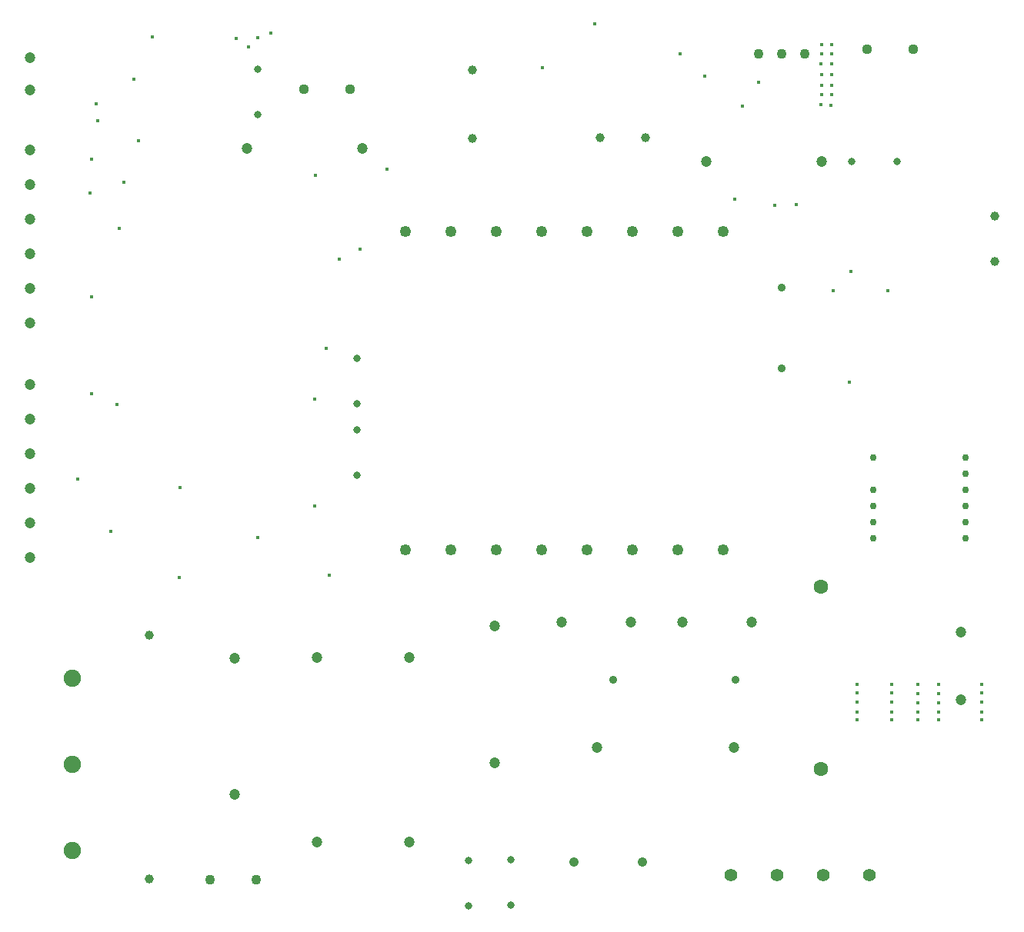
<source format=gbr>
%TF.GenerationSoftware,KiCad,Pcbnew,8.0.4*%
%TF.CreationDate,2024-10-07T13:18:18+07:00*%
%TF.ProjectId,Power_Supply,506f7765-725f-4537-9570-706c792e6b69,rev?*%
%TF.SameCoordinates,Original*%
%TF.FileFunction,Plated,1,2,PTH,Drill*%
%TF.FilePolarity,Positive*%
%FSLAX46Y46*%
G04 Gerber Fmt 4.6, Leading zero omitted, Abs format (unit mm)*
G04 Created by KiCad (PCBNEW 8.0.4) date 2024-10-07 13:18:18*
%MOMM*%
%LPD*%
G01*
G04 APERTURE LIST*
%TA.AperFunction,ViaDrill*%
%ADD10C,0.400000*%
%TD*%
%TA.AperFunction,ComponentDrill*%
%ADD11C,0.762000*%
%TD*%
%TA.AperFunction,ComponentDrill*%
%ADD12C,0.800000*%
%TD*%
%TA.AperFunction,ComponentDrill*%
%ADD13C,0.889000*%
%TD*%
%TA.AperFunction,ComponentDrill*%
%ADD14C,0.900000*%
%TD*%
%TA.AperFunction,ComponentDrill*%
%ADD15C,1.000000*%
%TD*%
%TA.AperFunction,ComponentDrill*%
%ADD16C,1.050000*%
%TD*%
%TA.AperFunction,ComponentDrill*%
%ADD17C,1.100000*%
%TD*%
%TA.AperFunction,ComponentDrill*%
%ADD18C,1.117600*%
%TD*%
%TA.AperFunction,ComponentDrill*%
%ADD19C,1.200000*%
%TD*%
%TA.AperFunction,ComponentDrill*%
%ADD20C,1.250000*%
%TD*%
%TA.AperFunction,ComponentDrill*%
%ADD21C,1.400000*%
%TD*%
%TA.AperFunction,ComponentDrill*%
%ADD22C,1.600000*%
%TD*%
%TA.AperFunction,ComponentDrill*%
%ADD23C,1.900000*%
%TD*%
G04 APERTURE END LIST*
D10*
X60330200Y-82367000D03*
X61680200Y-50890000D03*
X61850200Y-47097000D03*
X61850200Y-72967000D03*
X61870200Y-62317000D03*
X62350200Y-41027000D03*
X62550200Y-42917000D03*
X63970200Y-88097000D03*
X64600200Y-74127000D03*
X64880200Y-54787000D03*
X65420200Y-49637000D03*
X66470200Y-38297000D03*
X67000200Y-45067000D03*
X68490200Y-33657000D03*
X71500200Y-93192000D03*
X71560200Y-83292000D03*
X77800200Y-33857000D03*
X79124200Y-34767000D03*
X80100200Y-88767000D03*
X80140200Y-33751000D03*
X81610200Y-33287000D03*
X86390200Y-85347000D03*
X86420200Y-73527000D03*
X86440200Y-48887000D03*
X87660200Y-67957000D03*
X87980200Y-92917000D03*
X89090200Y-58177000D03*
X91380200Y-57027000D03*
X94370200Y-48257000D03*
X111485200Y-37072000D03*
X117220200Y-32237000D03*
X126590200Y-35557000D03*
X129290200Y-38027000D03*
X132660200Y-51537000D03*
X133430200Y-41267000D03*
X135230200Y-38667000D03*
X137059800Y-52237000D03*
X139420600Y-52147000D03*
X142130200Y-41127000D03*
X142140200Y-36647000D03*
X142150200Y-38977000D03*
X142160200Y-39997000D03*
X142170200Y-34527000D03*
X142170200Y-35517000D03*
X142180200Y-37847000D03*
X143230200Y-41167000D03*
X143260200Y-38977000D03*
X143260200Y-40037000D03*
X143290200Y-36657000D03*
X143290200Y-37847000D03*
X143320200Y-34537000D03*
X143320200Y-35527000D03*
X143440200Y-61567000D03*
X145260200Y-71667000D03*
X145410200Y-59517000D03*
X146090000Y-104960000D03*
X146090000Y-105930000D03*
X146090000Y-106940000D03*
X146090000Y-107990000D03*
X146090000Y-108850000D03*
X149510200Y-61577000D03*
X149910000Y-104960000D03*
X149910000Y-105930000D03*
X149910000Y-106940000D03*
X149910000Y-107990000D03*
X149910000Y-108850000D03*
X152810000Y-104990000D03*
X152810000Y-105960000D03*
X152810000Y-106970000D03*
X152810000Y-108020000D03*
X152810000Y-108880000D03*
X155090200Y-104987000D03*
X155090200Y-105957000D03*
X155090200Y-106967000D03*
X155090200Y-108017000D03*
X155090200Y-108877000D03*
X159770200Y-104947000D03*
X159770200Y-105917000D03*
X159770200Y-106927000D03*
X159770200Y-107977000D03*
X159780200Y-108877000D03*
D11*
%TO.C,U1*%
X147857200Y-80020000D03*
X147857200Y-83576000D03*
X147857200Y-85354000D03*
X147857200Y-87132000D03*
X147857200Y-88910000D03*
X158017200Y-80020000D03*
X158017200Y-81798000D03*
X158017200Y-83576000D03*
X158017200Y-85354000D03*
X158017200Y-87132000D03*
X158017200Y-88910000D03*
D12*
%TO.C,C11*%
X80170200Y-37197000D03*
X80170200Y-42197000D03*
%TO.C,C7*%
X91050200Y-76957000D03*
X91050200Y-81957000D03*
%TO.C,C8*%
X91090200Y-69077000D03*
X91090200Y-74077000D03*
%TO.C,C2*%
X103320200Y-124377000D03*
X103320200Y-129377000D03*
%TO.C,C3*%
X107970200Y-124277000D03*
X107970200Y-129277000D03*
%TO.C,C12*%
X145530200Y-47357000D03*
X150530200Y-47357000D03*
D13*
%TO.C,D3*%
X137830200Y-61237000D03*
X137830200Y-70137160D03*
D14*
%TO.C,D2*%
X119239200Y-104477000D03*
X132701200Y-104477000D03*
D15*
%TO.C,F1*%
X68194800Y-99515800D03*
X68220200Y-126414400D03*
%TO.C,C15*%
X103710200Y-37347000D03*
X103710200Y-44847000D03*
%TO.C,L2*%
X117800200Y-44767000D03*
X122800200Y-44767000D03*
%TO.C,L1*%
X161250200Y-53387000D03*
X161250200Y-58387000D03*
D16*
%TO.C,TH1*%
X114970200Y-124527000D03*
X122470200Y-124527000D03*
D17*
%TO.C,RV1*%
X74920200Y-126427000D03*
X79920200Y-126427000D03*
%TO.C,U4*%
X135260200Y-35552000D03*
X137800200Y-35552000D03*
X140340200Y-35552000D03*
D18*
%TO.C,CR2*%
X85170200Y-39467000D03*
X90250200Y-39467000D03*
%TO.C,CR3*%
X147160200Y-35023100D03*
X152240200Y-35023100D03*
D19*
%TO.C,J3*%
X55050200Y-71897000D03*
X55050200Y-75707000D03*
X55050200Y-79517000D03*
X55050200Y-83327000D03*
X55050200Y-87137000D03*
X55050200Y-90947000D03*
%TO.C,J4*%
X55060200Y-46097000D03*
X55060200Y-49907000D03*
X55060200Y-53717000D03*
X55060200Y-57527000D03*
X55060200Y-61337000D03*
X55060200Y-65147000D03*
%TO.C,J2*%
X55072700Y-35982000D03*
X55072700Y-39482000D03*
%TO.C,C1*%
X77618300Y-102064000D03*
X77618300Y-117063800D03*
%TO.C,R9*%
X78911500Y-45948300D03*
%TO.C,FL1*%
X86625600Y-102011600D03*
X86625600Y-122311600D03*
%TO.C,R9*%
X91611500Y-45948300D03*
%TO.C,FL1*%
X96825600Y-102011600D03*
X96825600Y-122311600D03*
%TO.C,C4*%
X106168300Y-98564000D03*
X106168300Y-113563800D03*
%TO.C,R7*%
X113610200Y-98077000D03*
%TO.C,C6*%
X117507200Y-111878900D03*
%TO.C,R7*%
X121230200Y-98077000D03*
%TO.C,R6*%
X126860200Y-98077000D03*
%TO.C,R10*%
X129478900Y-47345700D03*
%TO.C,C6*%
X132507000Y-111878900D03*
%TO.C,R6*%
X134480200Y-98077000D03*
%TO.C,R10*%
X142178900Y-47345700D03*
%TO.C,C5*%
X157500200Y-99167000D03*
X157500200Y-106667000D03*
D20*
%TO.C,T1*%
X96365600Y-55123600D03*
X96365600Y-90123600D03*
X101365600Y-55123600D03*
X101365600Y-90123600D03*
X106365600Y-55123600D03*
X106365600Y-90123600D03*
X111365600Y-55123600D03*
X111365600Y-90123600D03*
X116365600Y-55123600D03*
X116365600Y-90123600D03*
X121365600Y-55123600D03*
X121365600Y-90123600D03*
X126365600Y-55123600D03*
X126365600Y-90123600D03*
X131365600Y-55123600D03*
X131365600Y-90123600D03*
D21*
%TO.C,D1*%
X132172700Y-125979500D03*
X137252700Y-125979500D03*
X142332700Y-125979500D03*
X147412700Y-125979500D03*
D22*
%TO.C,CR1*%
X142140200Y-94247000D03*
X142140200Y-114307000D03*
D23*
%TO.C,J1*%
X59732800Y-104287002D03*
X59732800Y-113787000D03*
X59732800Y-123286999D03*
M02*

</source>
